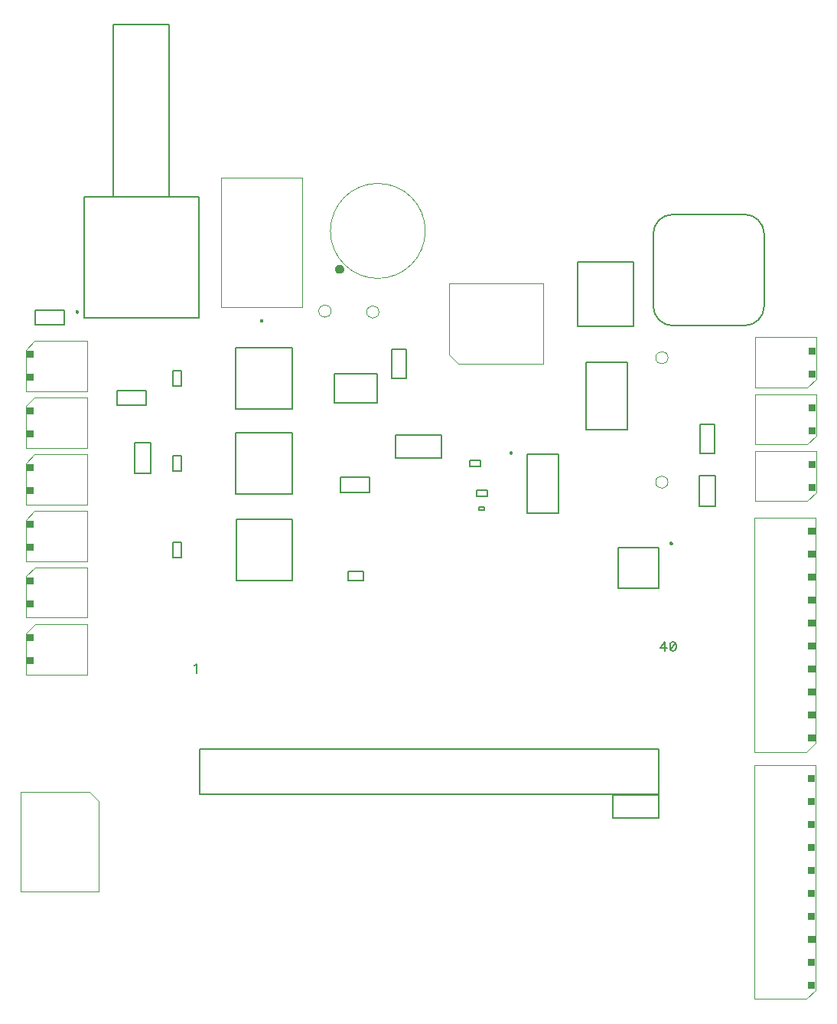
<source format=gbr>
G04 DipTrace 4.3.0.5*
G04 TopAssembly.gbr*
%MOIN*%
G04 #@! TF.FileFunction,Drawing,Top*
G04 #@! TF.Part,Single*
%ADD13C,0.004724*%
%ADD26C,0.005*%
%ADD38C,0.003937*%
%ADD166C,0.006176*%
%FSLAX26Y26*%
G04*
G70*
G90*
G75*
G01*
G04 TopAssy*
%LPD*%
X1749377Y3840111D2*
D13*
G02X1749377Y3840111I206693J0D01*
G01*
G36*
X1789315Y3653671D2*
X1786746Y3653840D1*
X1784221Y3654342D1*
X1781782Y3655170D1*
X1779473Y3656308D1*
X1777332Y3657739D1*
X1775396Y3659437D1*
X1773698Y3661373D1*
X1772268Y3663514D1*
X1771129Y3665823D1*
X1770301Y3668261D1*
X1769799Y3670787D1*
X1769630Y3673356D1*
X1769799Y3675926D1*
X1770301Y3678451D1*
X1771129Y3680889D1*
X1772268Y3683199D1*
X1773698Y3685340D1*
X1775396Y3687276D1*
X1777332Y3688973D1*
X1779473Y3690404D1*
X1781782Y3691543D1*
X1784221Y3692370D1*
X1786746Y3692873D1*
X1789315Y3693041D1*
D1*
X1791885Y3692873D1*
X1794410Y3692370D1*
X1796849Y3691543D1*
X1799158Y3690404D1*
X1801299Y3688973D1*
X1803235Y3687276D1*
X1804933Y3685340D1*
X1806363Y3683199D1*
X1807502Y3680889D1*
X1808330Y3678451D1*
X1808832Y3675926D1*
X1809001Y3673356D1*
X1808832Y3670787D1*
X1808330Y3668261D1*
X1807502Y3665823D1*
X1806363Y3663514D1*
X1804933Y3661373D1*
X1803235Y3659437D1*
X1801299Y3657739D1*
X1799158Y3656308D1*
X1796849Y3655170D1*
X1794410Y3654342D1*
X1791885Y3653840D1*
X1789315Y3653671D1*
D1*
G37*
X3041761Y3269101D2*
D26*
X3041767Y2973825D1*
X2864595Y3269097D2*
X2864602Y2973821D1*
X3041761Y3269101D2*
X2864595Y3269097D1*
X3041767Y2973825D2*
X2864602Y2973821D1*
X2357300Y2841943D2*
X2402182D1*
X2357300Y2815959D2*
X2402182D1*
X2357300Y2841943D2*
Y2815959D1*
X2402182Y2841943D2*
Y2815959D1*
X2395872Y2637741D2*
X2421069D1*
X2395872Y2625142D2*
X2421069D1*
X2395872Y2637741D2*
Y2625142D1*
X2421069Y2637741D2*
Y2625142D1*
X2387399Y2712044D2*
X2432281D1*
X2387399Y2686060D2*
X2432281D1*
X2387399Y2712044D2*
Y2686060D1*
X2432281Y2712044D2*
Y2686060D1*
X2828052Y3705565D2*
X3068209D1*
Y3426037D1*
X2828052D1*
Y3705565D1*
X463149Y3495767D2*
Y3432775D1*
X589133D1*
Y3495767D1*
X463149D1*
X820368Y3144117D2*
Y3081125D1*
X946352D1*
Y3144117D1*
X820368D1*
X895353Y2784821D2*
X895349Y2918679D1*
X965431Y2784823D2*
X965428Y2918681D1*
X895353Y2784821D2*
X965431Y2784823D1*
X895349Y2918679D2*
X965428Y2918681D1*
X2079274Y3324644D2*
X2016282Y3324643D1*
X2016286Y3198659D1*
X2079278Y3198660D1*
X2079274Y3324644D1*
X3358745Y2871259D2*
X3421737D1*
Y2997243D1*
X3358745D1*
Y2871259D1*
X3425068Y2775181D2*
X3425070Y2641323D1*
X3354989Y2775180D2*
X3354991Y2641321D1*
X3425068Y2775181D2*
X3354989Y2775180D1*
X3425070Y2641323D2*
X3354991Y2641321D1*
X689610Y3362329D2*
D13*
X689635Y3142644D1*
X421918Y3142614D1*
X421898Y3322929D1*
X461264Y3362303D1*
X689610Y3362329D1*
G36*
X455514Y3318154D2*
X424004Y3318151D1*
X424007Y3286765D1*
X455518Y3286769D1*
X455514Y3318154D1*
G37*
G36*
X455525Y3218238D2*
X424015Y3218235D1*
X424018Y3186740D1*
X455529Y3186744D1*
X455525Y3218238D1*
G37*
X689537Y3116053D2*
D13*
Y2896368D1*
X421821D1*
Y3076683D1*
X461191Y3116053D1*
X689537D1*
G36*
X455436Y3071905D2*
X423926D1*
Y3040519D1*
X455436D1*
Y3071905D1*
G37*
G36*
Y2971989D2*
X423926D1*
Y2940494D1*
X455436D1*
Y2971989D1*
G37*
X689547Y2869308D2*
D13*
X689572Y2649623D1*
X421855Y2649593D1*
X421835Y2829908D1*
X461201Y2869282D1*
X689547Y2869308D1*
G36*
X455451Y2825133D2*
X423941Y2825130D1*
X423944Y2793744D1*
X455455Y2793748D1*
X455451Y2825133D1*
G37*
G36*
X455462Y2725217D2*
X423952Y2725214D1*
X423955Y2693719D1*
X455466Y2693723D1*
X455462Y2725217D1*
G37*
X3598784Y3157039D2*
D13*
Y3376724D1*
X3866501D1*
Y3196409D1*
X3827130Y3157039D1*
X3598784D1*
G36*
X3832885Y3201187D2*
X3864396D1*
Y3232573D1*
X3832885D1*
Y3201187D1*
G37*
G36*
Y3301103D2*
X3864396D1*
Y3332598D1*
X3832885D1*
Y3301103D1*
G37*
X3598995Y2910277D2*
D13*
Y3129962D1*
X3866712D1*
Y2949648D1*
X3827342Y2910277D1*
X3598995D1*
G36*
X3833096Y2954426D2*
X3864607D1*
Y2985812D1*
X3833096D1*
Y2954426D1*
G37*
G36*
Y3054342D2*
X3864607D1*
Y3085836D1*
X3833096D1*
Y3054342D1*
G37*
X3598594Y2663508D2*
D13*
Y2883193D1*
X3866310D1*
Y2702878D1*
X3826940Y2663508D1*
X3598594D1*
G36*
X3832695Y2707657D2*
X3864205D1*
Y2739043D1*
X3832695D1*
Y2707657D1*
G37*
G36*
Y2807573D2*
X3864205D1*
Y2839067D1*
X3832695D1*
Y2807573D1*
G37*
X689226Y2622462D2*
D13*
Y2402777D1*
X421510D1*
Y2583092D1*
X460880Y2622462D1*
X689226D1*
G36*
X455125Y2578314D2*
X423615D1*
Y2546928D1*
X455125D1*
Y2578314D1*
G37*
G36*
Y2478398D2*
X423615D1*
Y2446903D1*
X455125D1*
Y2478398D1*
G37*
X690018Y2376333D2*
D13*
Y2156648D1*
X422301D1*
Y2336962D1*
X461671Y2376333D1*
X690018D1*
G36*
X455917Y2332184D2*
X424406D1*
Y2300798D1*
X455917D1*
Y2332184D1*
G37*
G36*
Y2232268D2*
X424406D1*
Y2200773D1*
X455917D1*
Y2232268D1*
G37*
X689826Y2128932D2*
D13*
Y1909247D1*
X422109D1*
Y2089562D1*
X461480Y2128932D1*
X689826D1*
G36*
X455725Y2084784D2*
X424214D1*
Y2053398D1*
X455725D1*
Y2084784D1*
G37*
G36*
Y1984868D2*
X424214D1*
Y1953373D1*
X455725D1*
Y1984868D1*
G37*
X1627385Y4070127D2*
D38*
X1273055D1*
Y3507135D1*
X1627385D2*
X1273055D1*
X1627385Y4070127D2*
Y3507135D1*
G36*
X1458094Y3448080D2*
X1458027Y3447052D1*
X1457826Y3446042D1*
X1457495Y3445067D1*
X1457039Y3444143D1*
X1456467Y3443286D1*
X1455788Y3442512D1*
X1455013Y3441833D1*
X1454157Y3441261D1*
X1453233Y3440805D1*
X1452258Y3440474D1*
X1451248Y3440273D1*
X1450220Y3440206D1*
X1449192Y3440273D1*
X1448182Y3440474D1*
X1447207Y3440805D1*
X1446283Y3441261D1*
X1445427Y3441833D1*
X1444652Y3442512D1*
X1443973Y3443286D1*
X1443401Y3444143D1*
X1442945Y3445067D1*
X1442614Y3446042D1*
X1442413Y3447052D1*
X1442346Y3448080D1*
D1*
X1442413Y3449108D1*
X1442614Y3450118D1*
X1442945Y3451093D1*
X1443401Y3452017D1*
X1443973Y3452873D1*
X1444652Y3453648D1*
X1445427Y3454327D1*
X1446283Y3454899D1*
X1447207Y3455354D1*
X1448182Y3455686D1*
X1449192Y3455886D1*
X1450220Y3455954D1*
X1451248Y3455886D1*
X1452258Y3455686D1*
X1453233Y3455354D1*
X1454157Y3454899D1*
X1455013Y3454327D1*
X1455788Y3453648D1*
X1456467Y3452873D1*
X1457039Y3452017D1*
X1457495Y3451093D1*
X1457826Y3450118D1*
X1458027Y3449108D1*
X1458094Y3448080D1*
D1*
G37*
X1178150Y1386926D2*
D26*
Y1584957D1*
X3178150D1*
Y1386926D1*
X1178150D1*
X398964Y1399140D2*
D13*
X700539D1*
X739909Y1359770D1*
Y965281D1*
X398964D1*
Y1399140D1*
X2978132Y1285881D2*
D26*
Y1385881D1*
X3178132D1*
Y1285881D1*
X2978132D1*
X3596214Y1573199D2*
D13*
Y2592884D1*
X3863932D1*
Y1612569D1*
X3824562Y1573199D1*
X3596214D1*
G36*
X3830314Y2517266D2*
X3861825D1*
Y2548725D1*
X3830314D1*
Y2517266D1*
G37*
G36*
Y2417287D2*
X3861825D1*
Y2448848D1*
X3830314D1*
Y2417287D1*
G37*
G36*
Y2317309D2*
X3861825D1*
Y2348768D1*
X3830314D1*
Y2317309D1*
G37*
G36*
Y2217330D2*
X3861825D1*
Y2248688D1*
X3830314D1*
Y2217330D1*
G37*
G36*
Y2117351D2*
X3861825D1*
Y2148812D1*
X3830314D1*
Y2117351D1*
G37*
G36*
Y2017271D2*
X3861825D1*
Y2048731D1*
X3830314D1*
Y2017271D1*
G37*
G36*
Y1917394D2*
X3861825D1*
Y1948855D1*
X3830314D1*
Y1917394D1*
G37*
G36*
X3830708Y1817708D2*
X3862218D1*
Y1849167D1*
X3830708D1*
Y1817708D1*
G37*
G36*
X3830314Y1717234D2*
X3861825D1*
Y1748796D1*
X3830314D1*
Y1717234D1*
G37*
G36*
Y1617357D2*
X3861825D1*
Y1648716D1*
X3830314D1*
Y1617357D1*
G37*
X3595764Y496829D2*
D13*
Y1516514D1*
X3863482D1*
Y536199D1*
X3824112Y496829D1*
X3595764D1*
G36*
X3829864Y1440896D2*
X3861375D1*
Y1472355D1*
X3829864D1*
Y1440896D1*
G37*
G36*
Y1340917D2*
X3861375D1*
Y1372478D1*
X3829864D1*
Y1340917D1*
G37*
G36*
Y1240939D2*
X3861375D1*
Y1272398D1*
X3829864D1*
Y1240939D1*
G37*
G36*
Y1140960D2*
X3861375D1*
Y1172318D1*
X3829864D1*
Y1140960D1*
G37*
G36*
Y1040981D2*
X3861375D1*
Y1072441D1*
X3829864D1*
Y1040981D1*
G37*
G36*
Y940901D2*
X3861375D1*
Y972361D1*
X3829864D1*
Y940901D1*
G37*
G36*
Y841024D2*
X3861375D1*
Y872485D1*
X3829864D1*
Y841024D1*
G37*
G36*
X3830258Y741338D2*
X3861768D1*
Y772797D1*
X3830258D1*
Y741338D1*
G37*
G36*
X3829864Y640864D2*
X3861375D1*
Y672426D1*
X3829864D1*
Y640864D1*
G37*
G36*
Y540987D2*
X3861375D1*
Y572346D1*
X3829864D1*
Y540987D1*
G37*
X2031561Y2851920D2*
D26*
Y2951920D1*
X2231561D1*
Y2851920D1*
X2031561D1*
X3241829Y3911997D2*
X3552852D1*
X3639466Y3825382D2*
Y3514359D1*
X3552852Y3427745D2*
X3241829D1*
X3155214Y3514359D2*
Y3825382D1*
G02X3241829Y3911997I86610J4D01*
G01*
X3552852D2*
G02X3639466Y3825382I4J-86610D01*
G01*
Y3514359D2*
G02X3552852Y3427745I-86610J-4D01*
G01*
X3241829D2*
G02X3155214Y3514359I-4J86610D01*
G01*
X1337699Y3064712D2*
Y3332428D1*
X1582581D1*
Y3064712D1*
X1337699D2*
X1582581D1*
X1337468Y2694692D2*
Y2962409D1*
X1582350D1*
Y2694692D1*
X1337468D2*
X1582350D1*
X1338218Y2318882D2*
Y2586599D1*
X1583100D1*
Y2318882D1*
X1338218D2*
X1583100D1*
X1952503Y3217112D2*
X1952516Y3091128D1*
X1767464Y3217093D2*
X1767477Y3091109D1*
X1952503Y3217112D2*
X1767464Y3217093D1*
X1952516Y3091128D2*
X1767477Y3091109D1*
X1919502Y2702557D2*
X1793518D1*
X1919502Y2769486D2*
X1793518D1*
X1919502Y2702557D2*
Y2769486D1*
X1793518Y2702557D2*
Y2769486D1*
X1894235Y2319443D2*
X1827306D1*
X1894235Y2357238D2*
X1827306D1*
X1894235Y2319443D2*
Y2357238D1*
X1827306Y2319443D2*
Y2357238D1*
X1099754Y3232268D2*
X1099761Y3165338D1*
X1061959Y3232264D2*
X1061966Y3165335D1*
X1099754Y3232268D2*
X1061959Y3232264D1*
X1099761Y3165338D2*
X1061966Y3165335D1*
X1099598Y2862207D2*
Y2795277D1*
X1061802Y2862207D2*
Y2795277D1*
X1099598Y2862207D2*
X1061802D1*
X1099598Y2795277D2*
X1061802D1*
X1099587Y2486027D2*
Y2419098D1*
X1061792Y2486027D2*
Y2419098D1*
X1099587Y2486027D2*
X1061792D1*
X1099587Y2419098D2*
X1061792D1*
X675600Y3462161D2*
X1175600D1*
Y3987161D1*
X1047057D1*
X804144D1*
X675600D1*
Y3462161D1*
X804144Y3987161D2*
Y4737554D1*
X1047057D1*
Y3987161D1*
G36*
X646073Y3479287D2*
X645045Y3479354D1*
X644035Y3479555D1*
X643059Y3479886D1*
X642136Y3480342D1*
X641279Y3480914D1*
X640505Y3481593D1*
X639826Y3482367D1*
X639254Y3483224D1*
X638798Y3484147D1*
X638467Y3485123D1*
X638266Y3486133D1*
X638199Y3487161D1*
X638266Y3488188D1*
X638467Y3489199D1*
X638798Y3490174D1*
X639254Y3491098D1*
X639826Y3491954D1*
X640505Y3492728D1*
X641279Y3493408D1*
X642136Y3493980D1*
X643059Y3494435D1*
X644035Y3494766D1*
X645045Y3494967D1*
X646073Y3495035D1*
D1*
X647100Y3494967D1*
X648111Y3494766D1*
X649086Y3494435D1*
X650010Y3493980D1*
X650866Y3493408D1*
X651640Y3492728D1*
X652320Y3491954D1*
X652892Y3491098D1*
X653347Y3490174D1*
X653678Y3489199D1*
X653879Y3488188D1*
X653947Y3487161D1*
X653879Y3486133D1*
X653678Y3485123D1*
X653347Y3484147D1*
X652892Y3483224D1*
X652320Y3482367D1*
X651640Y3481593D1*
X650866Y3480914D1*
X650010Y3480342D1*
X649086Y3479886D1*
X648111Y3479555D1*
X647100Y3479354D1*
X646073Y3479287D1*
D1*
G37*
G36*
X3226279Y2479641D2*
X3226346Y2480669D1*
X3226547Y2481679D1*
X3226878Y2482654D1*
X3227334Y2483578D1*
X3227906Y2484434D1*
X3228585Y2485209D1*
X3229359Y2485888D1*
X3230216Y2486460D1*
X3231140Y2486916D1*
X3232115Y2487247D1*
X3233125Y2487448D1*
X3234153Y2487515D1*
X3235181Y2487448D1*
X3236191Y2487247D1*
X3237166Y2486916D1*
X3238090Y2486460D1*
X3238946Y2485888D1*
X3239721Y2485209D1*
X3240400Y2484434D1*
X3240972Y2483578D1*
X3241427Y2482654D1*
X3241758Y2481679D1*
X3241959Y2480669D1*
X3242027Y2479641D1*
D1*
X3241959Y2478613D1*
X3241758Y2477603D1*
X3241427Y2476628D1*
X3240972Y2475704D1*
X3240400Y2474848D1*
X3239721Y2474073D1*
X3238946Y2473394D1*
X3238090Y2472822D1*
X3237166Y2472366D1*
X3236191Y2472035D1*
X3235181Y2471834D1*
X3234153Y2471767D1*
X3233125Y2471834D1*
X3232115Y2472035D1*
X3231140Y2472366D1*
X3230216Y2472822D1*
X3229359Y2473394D1*
X3228585Y2474073D1*
X3227906Y2474848D1*
X3227334Y2475704D1*
X3226878Y2476628D1*
X3226547Y2477603D1*
X3226346Y2478613D1*
X3226279Y2479641D1*
D1*
G37*
X3181003Y2461924D2*
D26*
X3003838D1*
X3181003D2*
Y2284759D1*
X3003838D2*
X3181003D1*
X3003838D2*
Y2461924D1*
X1698599Y3490901D2*
D13*
G02X1698599Y3490901I26772J0D01*
G01*
X3166868Y3288050D2*
G02X3166868Y3288050I26772J0D01*
G01*
X3166478Y2746561D2*
G02X3166478Y2746561I26772J0D01*
G01*
X1907418Y3487121D2*
G02X1907418Y3487121I26772J0D01*
G01*
X2267199Y3611069D2*
X2677435Y3611129D1*
X2677485Y3261129D1*
X2306619Y3261075D1*
X2267244Y3300439D1*
X2267199Y3611069D1*
X2605172Y2867474D2*
D26*
Y2611569D1*
X2742968D1*
Y2867474D1*
X2605172D1*
G36*
X2536275Y2865506D2*
X2535247Y2865573D1*
X2534237Y2865774D1*
X2533262Y2866105D1*
X2532338Y2866561D1*
X2531481Y2867133D1*
X2530707Y2867812D1*
X2530028Y2868586D1*
X2529456Y2869443D1*
X2529000Y2870367D1*
X2528669Y2871342D1*
X2528468Y2872352D1*
X2528401Y2873380D1*
X2528468Y2874408D1*
X2528669Y2875418D1*
X2529000Y2876393D1*
X2529456Y2877317D1*
X2530028Y2878173D1*
X2530707Y2878948D1*
X2531481Y2879627D1*
X2532338Y2880199D1*
X2533262Y2880654D1*
X2534237Y2880986D1*
X2535247Y2881186D1*
X2536275Y2881254D1*
D1*
X2537303Y2881186D1*
X2538313Y2880986D1*
X2539288Y2880654D1*
X2540212Y2880199D1*
X2541068Y2879627D1*
X2541843Y2878948D1*
X2542522Y2878173D1*
X2543094Y2877317D1*
X2543549Y2876393D1*
X2543881Y2875418D1*
X2544081Y2874408D1*
X2544149Y2873380D1*
X2544081Y2872352D1*
X2543881Y2871342D1*
X2543549Y2870367D1*
X2543094Y2869443D1*
X2542522Y2868586D1*
X2541843Y2867812D1*
X2541068Y2867133D1*
X2540212Y2866561D1*
X2539288Y2866105D1*
X2538313Y2865774D1*
X2537303Y2865573D1*
X2536275Y2865506D1*
D1*
G37*
X1156499Y1948147D2*
D166*
X1160346Y1950092D1*
X1166094Y1955796D1*
Y1915648D1*
X3206944Y2011711D2*
Y2051859D1*
X3187798Y2025108D1*
X3216494D1*
X3240342Y2051859D2*
X3234594Y2049958D1*
X3230747Y2044210D1*
X3228846Y2034659D1*
Y2028911D1*
X3230747Y2019360D1*
X3234594Y2013612D1*
X3240342Y2011711D1*
X3244144D1*
X3249892Y2013612D1*
X3253695Y2019360D1*
X3255640Y2028911D1*
Y2034659D1*
X3253695Y2044210D1*
X3249892Y2049958D1*
X3244144Y2051859D1*
X3240342D1*
X3253695Y2044210D2*
X3230747Y2019360D1*
M02*

</source>
